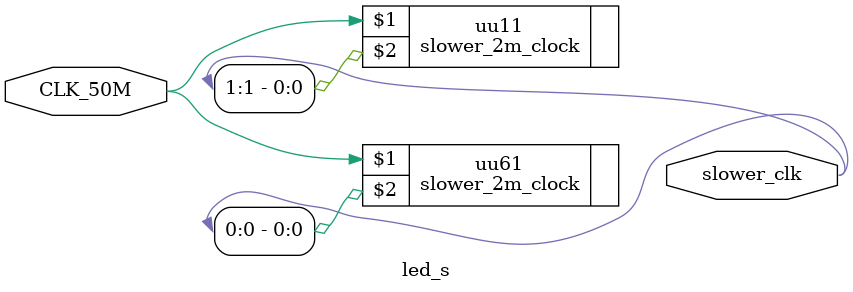
<source format=v>
module led_s (
    input wire CLK_50M,
    output wire [1:0]slower_clk
);
   slower_2m_clock  #(23,5000000) uu11(CLK_50M,slower_clk[1]); 
	slower_2m_clock  #(26,50000000) uu61(CLK_50M,slower_clk[0]); 
endmodule
</source>
